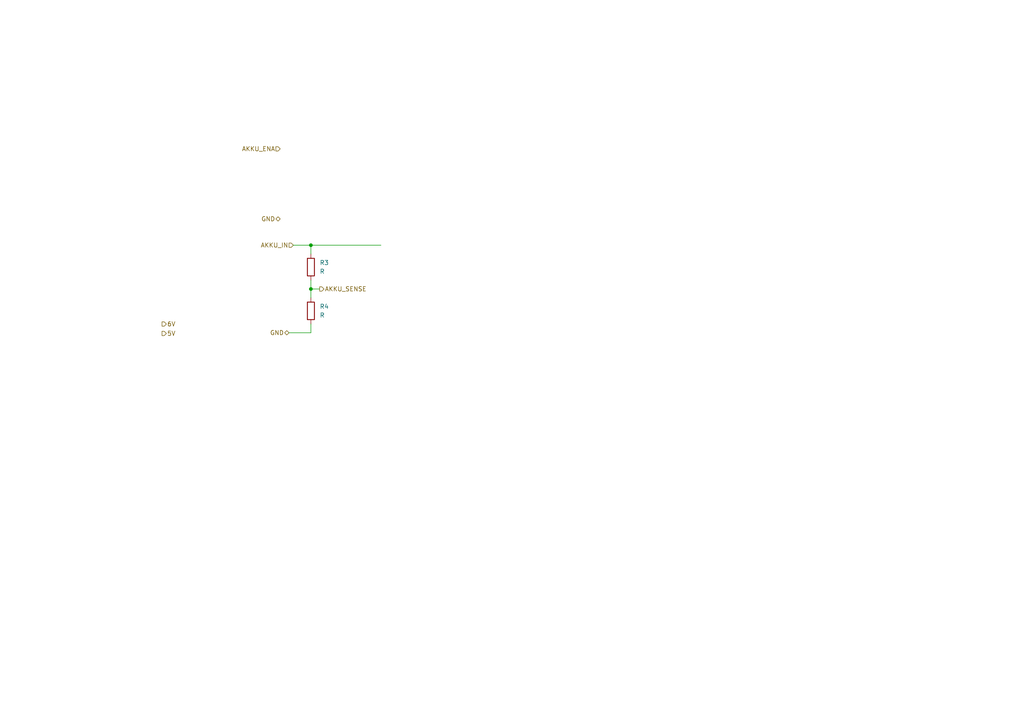
<source format=kicad_sch>
(kicad_sch (version 20250114) (generator "eeschema") (generator_version "9.0")
  (paper "A4")
  (lib_symbols
    (symbol "Device:R" (pin_numbers (hide yes)) (pin_names (offset 0))
      (property "Reference" "R" (at 2.032 0 90))
      (property "Value" "R" (at 0 0 90))
      (symbol "R_0_1"
        (rectangle (start -1.016 -2.54) (end 1.016 2.54) (stroke (width 0.254)))
      )
      (symbol "R_1_1"
        (pin passive line (at 0 3.81 270) (length 1.27) (name "~") (number "1"))
        (pin passive line (at 0 -3.81 90) (length 1.27) (name "~") (number "2"))
      )
    )
  )
  (junction (at 90.17 83.82))
  (junction (at 90.17 71.12))
  (wire (pts (xy 83.82 96.52) (xy 90.17 96.52)))
  (wire (pts (xy 90.17 71.12) (xy 110.49 71.12)))
  (wire (pts (xy 90.17 83.82) (xy 90.17 86.36)))
  (wire (pts (xy 90.17 71.12) (xy 90.17 73.66)))
  (wire (pts (xy 90.17 83.82) (xy 92.71 83.82)))
  (wire (pts (xy 85.09 71.12) (xy 90.17 71.12)))
  (wire (pts (xy 90.17 81.28) (xy 90.17 83.82)))
  (wire (pts (xy 90.17 96.52) (xy 90.17 93.98)))
  (hierarchical_label "6V" (shape output) (at 46.99 93.98 0))
  (hierarchical_label "GND" (shape bidirectional) (at 83.82 96.52 180))
  (hierarchical_label "GND" (shape bidirectional) (at 81.28 63.5 180))
  (hierarchical_label "AKKU_IN" (shape input) (at 85.09 71.12 180))
  (hierarchical_label "AKKU_SENSE" (shape output) (at 92.71 83.82 0))
  (hierarchical_label "AKKU_ENA" (shape input) (at 81.28 43.18 180))
  (hierarchical_label "5V" (shape output) (at 46.99 96.7155 0))
  (symbol (lib_id "Device:R") (at 90.17 90.17 0) (unit 1)
    (property "Reference" "R4" (at 92.71 88.8999 0) (effects (justify left)))
    (property "Value" "R" (at 92.71 91.4399 0) (effects (justify left)))
    (property "Description" "Resistor" (effects (hide yes)))
  )
  (symbol (lib_id "Device:R") (at 90.17 77.47 0) (unit 1)
    (property "Reference" "R3" (at 92.71 76.1999 0) (effects (justify left)))
    (property "Value" "R" (at 92.71 78.7399 0) (effects (justify left)))
    (property "Description" "Resistor" (effects (hide yes)))
  )
)
</source>
